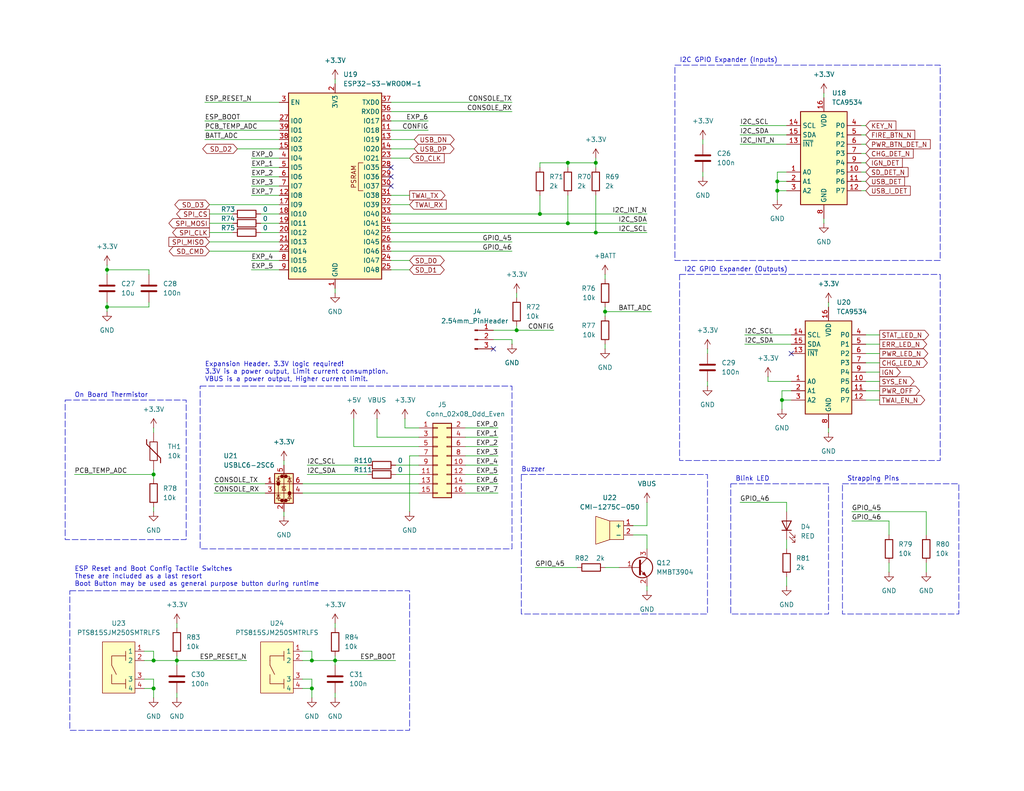
<source format=kicad_sch>
(kicad_sch (version 20231120) (generator "eeschema") (generator_version "8.0")
  (paper "A")
  (title_block (title "Unify") (date "2025-02-26") (rev "1") (company "Rocket Propulsion Group, UNL") (comment 1 "Jack Shaver"))
  (lib_symbols
    (symbol "Connector:Conn_01x03_Pin" (pin_names (offset 1.016) hide)
      (property "Reference" "J" (at 0 5.08 0))
      (property "Value" "Conn_01x03_Pin" (at 0 -5.08 0))
      (symbol "Conn_01x03_Pin_1_1"
        (pin passive line (at 5.08 2.54 180) (length 3.81) (name "Pin_1") (number "1"))
        (pin passive line (at 5.08 0 180) (length 3.81) (name "Pin_2") (number "2"))
        (pin passive line (at 5.08 -2.54 180) (length 3.81) (name "Pin_3") (number "3"))
      )
    )
    (symbol "Connector_Generic:Conn_02x08_Odd_Even" (pin_names (offset 1.016) hide)
      (property "Reference" "J" (at 1.27 10.16 0))
      (property "Value" "Conn_02x08_Odd_Even" (at 1.27 -12.7 0))
      (symbol "Conn_02x08_Odd_Even_1_1"
        (pin passive line (at -5.08 7.62 0) (length 3.81) (name "Pin_1") (number "1"))
        (pin passive line (at 7.62 -2.54 180) (length 3.81) (name "Pin_10") (number "10"))
        (pin passive line (at -5.08 -5.08 0) (length 3.81) (name "Pin_11") (number "11"))
        (pin passive line (at 7.62 -5.08 180) (length 3.81) (name "Pin_12") (number "12"))
        (pin passive line (at -5.08 -7.62 0) (length 3.81) (name "Pin_13") (number "13"))
        (pin passive line (at 7.62 -7.62 180) (length 3.81) (name "Pin_14") (number "14"))
        (pin passive line (at -5.08 -10.16 0) (length 3.81) (name "Pin_15") (number "15"))
        (pin passive line (at 7.62 -10.16 180) (length 3.81) (name "Pin_16") (number "16"))
        (pin passive line (at 7.62 7.62 180) (length 3.81) (name "Pin_2") (number "2"))
        (pin passive line (at -5.08 5.08 0) (length 3.81) (name "Pin_3") (number "3"))
        (pin passive line (at 7.62 5.08 180) (length 3.81) (name "Pin_4") (number "4"))
        (pin passive line (at -5.08 2.54 0) (length 3.81) (name "Pin_5") (number "5"))
        (pin passive line (at 7.62 2.54 180) (length 3.81) (name "Pin_6") (number "6"))
        (pin passive line (at -5.08 0 0) (length 3.81) (name "Pin_7") (number "7"))
        (pin passive line (at 7.62 0 180) (length 3.81) (name "Pin_8") (number "8"))
        (pin passive line (at -5.08 -2.54 0) (length 3.81) (name "Pin_9") (number "9"))
      )
    )
    (symbol "Device:C" (pin_numbers hide) (pin_names (offset 0.254))
      (property "Reference" "C" (at 0.635 2.54 0))
      (property "Value" "C" (at 0.635 -2.54 0))
      (symbol "C_1_1"
        (pin passive line (at 0 3.81 270) (length 2.794) (name "~") (number "1"))
        (pin passive line (at 0 -3.81 90) (length 2.794) (name "~") (number "2"))
      )
    )
    (symbol "Device:LED" (pin_numbers hide) (pin_names (offset 1.016) hide)
      (property "Reference" "D" (at 0 2.54 0))
      (property "Value" "LED" (at 0 -2.54 0))
      (symbol "LED_1_1"
        (pin passive line (at -3.81 0 0) (length 2.54) (name "K") (number "1"))
        (pin passive line (at 3.81 0 180) (length 2.54) (name "A") (number "2"))
      )
    )
    (symbol "Device:R" (pin_numbers hide) (pin_names (offset 0))
      (property "Reference" "R" (at 2.032 0 90))
      (property "Value" "R" (at 0 0 90))
      (symbol "R_1_1"
        (pin passive line (at 0 3.81 270) (length 1.27) (name "~") (number "1"))
        (pin passive line (at 0 -3.81 90) (length 1.27) (name "~") (number "2"))
      )
    )
    (symbol "Device:Thermistor" (pin_numbers hide) (pin_names (offset 0))
      (property "Reference" "TH" (at 2.54 1.27 90))
      (property "Value" "Thermistor" (at -2.54 0 90))
      (symbol "Thermistor_1_1"
        (pin passive line (at 0 5.08 270) (length 2.54) (name "~") (number "1"))
        (pin passive line (at 0 -5.08 90) (length 2.54) (name "~") (number "2"))
      )
    )
    (symbol "Interface_Expansion:TCA9534"
      (property "Reference" "U" (at -6.35 12.7 0))
      (property "Value" "TCA9534" (at 2.54 12.7 0))
      (symbol "TCA9534_1_1"
        (pin input line (at -10.16 -5.08 0) (length 3.81) (name "A0") (number "1"))
        (pin bidirectional line (at 10.16 -5.08 180) (length 3.81) (name "P5") (number "10"))
        (pin bidirectional line (at 10.16 -7.62 180) (length 3.81) (name "P6") (number "11"))
        (pin bidirectional line (at 10.16 -10.16 180) (length 3.81) (name "P7") (number "12"))
        (pin open_collector line (at -10.16 2.54 0) (length 3.81) (name "~{INT}") (number "13"))
        (pin input line (at -10.16 7.62 0) (length 3.81) (name "SCL") (number "14"))
        (pin bidirectional line (at -10.16 5.08 0) (length 3.81) (name "SDA") (number "15"))
        (pin power_in line (at 0 15.24 270) (length 3.81) (name "VDD") (number "16"))
        (pin input line (at -10.16 -7.62 0) (length 3.81) (name "A1") (number "2"))
        (pin input line (at -10.16 -10.16 0) (length 3.81) (name "A2") (number "3"))
        (pin bidirectional line (at 10.16 7.62 180) (length 3.81) (name "P0") (number "4"))
        (pin bidirectional line (at 10.16 5.08 180) (length 3.81) (name "P1") (number "5"))
        (pin bidirectional line (at 10.16 2.54 180) (length 3.81) (name "P2") (number "6"))
        (pin bidirectional line (at 10.16 0 180) (length 3.81) (name "P3") (number "7"))
        (pin power_in line (at 0 -17.78 90) (length 3.81) (name "GND") (number "8"))
        (pin bidirectional line (at 10.16 -2.54 180) (length 3.81) (name "P4") (number "9"))
      )
    )
    (symbol "Power_Protection:USBLC6-2SC6" (pin_names hide)
      (property "Reference" "U" (at 0.635 5.715 0))
      (property "Value" "USBLC6-2SC6" (at 0.635 3.81 0))
      (symbol "USBLC6-2SC6_1_1"
        (pin passive line (at -5.08 0 0) (length 2.54) (name "I/O1") (number "1"))
        (pin passive line (at 0 -7.62 90) (length 2.54) (name "GND") (number "2"))
        (pin passive line (at -5.08 -2.54 0) (length 2.54) (name "I/O2") (number "3"))
        (pin passive line (at 5.08 -2.54 180) (length 2.54) (name "I/O2") (number "4"))
        (pin passive line (at 0 5.08 270) (length 2.54) (name "VBUS") (number "5"))
        (pin passive line (at 5.08 0 180) (length 2.54) (name "I/O1") (number "6"))
      )
    )
    (symbol "RF_Module:ESP32-S3-WROOM-1"
      (property "Reference" "U" (at -12.7 26.67 0))
      (property "Value" "ESP32-S3-WROOM-1" (at 12.7 26.67 0))
      (symbol "ESP32-S3-WROOM-1_0_0"
        (text "PSRAM" (at 5.08 2.54 900) (effects (font (size 1.27 1.27))))
      )
      (symbol "ESP32-S3-WROOM-1_1_1"
        (pin power_in line (at 0 -27.94 90) (length 2.54) (name "GND") (number "1"))
        (pin bidirectional line (at 15.24 17.78 180) (length 2.54) (name "IO17") (number "10"))
        (pin bidirectional line (at 15.24 15.24 180) (length 2.54) (name "IO18") (number "11"))
        (pin bidirectional line (at -15.24 -2.54 0) (length 2.54) (name "IO8") (number "12"))
        (pin bidirectional line (at 15.24 12.7 180) (length 2.54) (name "IO19") (number "13"))
        (pin bidirectional line (at 15.24 10.16 180) (length 2.54) (name "IO20") (number "14"))
        (pin bidirectional line (at -15.24 10.16 0) (length 2.54) (name "IO3") (number "15"))
        (pin bidirectional line (at 15.24 -17.78 180) (length 2.54) (name "IO46") (number "16"))
        (pin bidirectional line (at -15.24 -5.08 0) (length 2.54) (name "IO9") (number "17"))
        (pin bidirectional line (at -15.24 -7.62 0) (length 2.54) (name "IO10") (number "18"))
        (pin bidirectional line (at -15.24 -10.16 0) (length 2.54) (name "IO11") (number "19"))
        (pin power_in line (at 0 27.94 270) (length 2.54) (name "3V3") (number "2"))
        (pin bidirectional line (at -15.24 -12.7 0) (length 2.54) (name "IO12") (number "20"))
        (pin bidirectional line (at -15.24 -15.24 0) (length 2.54) (name "IO13") (number "21"))
        (pin bidirectional line (at -15.24 -17.78 0) (length 2.54) (name "IO14") (number "22"))
        (pin bidirectional line (at 15.24 7.62 180) (length 2.54) (name "IO21") (number "23"))
        (pin bidirectional line (at 15.24 -20.32 180) (length 2.54) (name "IO47") (number "24"))
        (pin bidirectional line (at 15.24 -22.86 180) (length 2.54) (name "IO48") (number "25"))
        (pin bidirectional line (at 15.24 -15.24 180) (length 2.54) (name "IO45") (number "26"))
        (pin bidirectional line (at -15.24 17.78 0) (length 2.54) (name "IO0") (number "27"))
        (pin bidirectional line (at 15.24 5.08 180) (length 2.54) (name "IO35") (number "28"))
        (pin bidirectional line (at 15.24 2.54 180) (length 2.54) (name "IO36") (number "29"))
        (pin input line (at -15.24 22.86 0) (length 2.54) (name "EN") (number "3"))
        (pin bidirectional line (at 15.24 0 180) (length 2.54) (name "IO37") (number "30"))
        (pin bidirectional line (at 15.24 -2.54 180) (length 2.54) (name "IO38") (number "31"))
        (pin bidirectional line (at 15.24 -5.08 180) (length 2.54) (name "IO39") (number "32"))
        (pin bidirectional line (at 15.24 -7.62 180) (length 2.54) (name "IO40") (number "33"))
        (pin bidirectional line (at 15.24 -10.16 180) (length 2.54) (name "IO41") (number "34"))
        (pin bidirectional line (at 15.24 -12.7 180) (length 2.54) (name "IO42") (number "35"))
        (pin bidirectional line (at 15.24 20.32 180) (length 2.54) (name "RXD0") (number "36"))
        (pin bidirectional line (at 15.24 22.86 180) (length 2.54) (name "TXD0") (number "37"))
        (pin bidirectional line (at -15.24 12.7 0) (length 2.54) (name "IO2") (number "38"))
        (pin bidirectional line (at -15.24 15.24 0) (length 2.54) (name "IO1") (number "39"))
        (pin bidirectional line (at -15.24 7.62 0) (length 2.54) (name "IO4") (number "4"))
        (pin passive line (at 0 -27.94 90) (length 2.54) hide (name "GND") (number "40"))
        (pin passive line (at 0 -27.94 90) (length 2.54) hide (name "GND") (number "41"))
        (pin bidirectional line (at -15.24 5.08 0) (length 2.54) (name "IO5") (number "5"))
        (pin bidirectional line (at -15.24 2.54 0) (length 2.54) (name "IO6") (number "6"))
        (pin bidirectional line (at -15.24 0 0) (length 2.54) (name "IO7") (number "7"))
        (pin bidirectional line (at -15.24 -20.32 0) (length 2.54) (name "IO15") (number "8"))
        (pin bidirectional line (at -15.24 -22.86 0) (length 2.54) (name "IO16") (number "9"))
      )
    )
    (symbol "Transistor_BJT:MMBT3904" (pin_names (offset 0) hide)
      (property "Reference" "Q" (at 5.08 1.905 0))
      (property "Value" "MMBT3904" (at 5.08 0 0))
      (symbol "MMBT3904_1_1"
        (pin input line (at -5.08 0 0) (length 5.715) (name "B") (number "1"))
        (pin passive line (at 2.54 -5.08 90) (length 2.54) (name "E") (number "2"))
        (pin passive line (at 2.54 5.08 270) (length 2.54) (name "C") (number "3"))
      )
    )
    (symbol "Unify:CMI-1275C-050"
      (property "Reference" "U" (at -0.508 3.556 0))
      (property "Value" "CMI-1275C-050" (at -0.508 0.254 0))
      (symbol "CMI-1275C-050_0_0"
        (pin unspecified line (at -6.35 -3.81 0) (length 2.54) (name "+") (number "1"))
        (pin unspecified line (at -6.35 -6.35 0) (length 2.54) (name "-") (number "2"))
      )
    )
    (symbol "Unify:PTS815SJM250SMTRLFS"
      (property "Reference" "U" (at -0.254 8.128 0))
      (property "Value" "PTS815SJM250SMTRLFS" (at 0.762 6.096 0))
      (symbol "PTS815SJM250SMTRLFS_1_1"
        (pin input line (at 8.89 2.54 180) (length 2.54) (name "1") (number "1"))
        (pin input line (at 8.89 0 180) (length 2.54) (name "2") (number "2"))
        (pin input line (at 8.89 -5.08 180) (length 2.54) (name "3") (number "3"))
        (pin input line (at 8.89 -7.62 180) (length 2.54) (name "4") (number "4"))
      )
    )
    (symbol "power:+3.3V" (power) (pin_numbers hide) (pin_names (offset 0) hide)
      (property "Value" "+3.3V" (at 0 3.556 0))
      (symbol "+3.3V_1_1"
        (pin power_in line (at 0 0 90) (length 0) (name "~") (number "1"))
      )
    )
    (symbol "power:+5V" (power) (pin_numbers hide) (pin_names (offset 0) hide)
      (property "Value" "+5V" (at 0 3.556 0))
      (symbol "+5V_1_1"
        (pin power_in line (at 0 0 90) (length 0) (name "~") (number "1"))
      )
    )
    (symbol "power:+BATT" (power) (pin_numbers hide) (pin_names (offset 0) hide)
      (property "Value" "+BATT" (at 0 3.556 0))
      (symbol "+BATT_1_1"
        (pin power_in line (at 0 0 90) (length 0) (name "~") (number "1"))
      )
    )
    (symbol "power:GND" (power) (pin_numbers hide) (pin_names (offset 0) hide)
      (property "Value" "GND" (at 0 -3.81 0))
      (symbol "GND_1_1"
        (pin power_in line (at 0 0 270) (length 0) (name "~") (number "1"))
      )
    )
    (symbol "power:VBUS" (power) (pin_numbers hide) (pin_names (offset 0) hide)
      (property "Value" "VBUS" (at 0 3.556 0))
      (symbol "VBUS_1_1"
        (pin power_in line (at 0 0 90) (length 0) (name "~") (number "1"))
      )
    )
  )
  (junction (at 213.36 109.22))
  (junction (at 162.56 44.45))
  (junction (at 162.56 63.5))
  (junction (at 154.94 44.45))
  (junction (at 41.91 187.96))
  (junction (at 29.21 73.66))
  (junction (at 140.97 90.17))
  (junction (at 29.21 83.82))
  (junction (at 212.09 49.53))
  (junction (at 85.09 180.34))
  (junction (at 165.1 85.09))
  (junction (at 154.94 60.96))
  (junction (at 85.09 187.96))
  (junction (at 41.91 129.54))
  (junction (at 48.26 180.34))
  (junction (at 91.44 180.34))
  (junction (at 147.32 58.42))
  (junction (at 41.91 180.34))
  (junction (at 212.09 52.07))
  (no_connect (at 106.68 50.8))
  (no_connect (at 134.62 95.25))
  (no_connect (at 215.9 96.52))
  (no_connect (at 106.68 45.72))
  (no_connect (at 106.68 48.26))
  (wire (pts (xy 135.89 121.92) (xy 127 121.92)))
  (wire (pts (xy 154.94 60.96) (xy 176.53 60.96)))
  (wire (pts (xy 209.55 104.14) (xy 215.9 104.14)))
  (wire (pts (xy 102.87 119.38) (xy 114.3 119.38)))
  (wire (pts (xy 224.79 59.69) (xy 224.79 60.96)))
  (wire (pts (xy 111.76 55.88) (xy 106.68 55.88)))
  (wire (pts (xy 113.03 38.1) (xy 106.68 38.1)))
  (wire (pts (xy 68.58 71.12) (xy 76.2 71.12)))
  (wire (pts (xy 201.93 34.29) (xy 214.63 34.29)))
  (wire (pts (xy 64.77 40.64) (xy 76.2 40.64)))
  (wire (pts (xy 236.22 49.53) (xy 234.95 49.53)))
  (wire (pts (xy 111.76 73.66) (xy 106.68 73.66)))
  (wire (pts (xy 57.15 63.5) (xy 63.5 63.5)))
  (wire (pts (xy 135.89 129.54) (xy 127 129.54)))
  (wire (pts (xy 77.47 139.7) (xy 77.47 140.97)))
  (wire (pts (xy 236.22 44.45) (xy 234.95 44.45)))
  (wire (pts (xy 154.94 44.45) (xy 154.94 45.72)))
  (wire (pts (xy 57.15 58.42) (xy 63.5 58.42)))
  (wire (pts (xy 106.68 30.48) (xy 139.7 30.48)))
  (wire (pts (xy 39.37 177.8) (xy 41.91 177.8)))
  (wire (pts (xy 234.95 39.37) (xy 236.22 39.37)))
  (wire (pts (xy 154.94 53.34) (xy 154.94 60.96)))
  (wire (pts (xy 203.2 91.44) (xy 215.9 91.44)))
  (wire (pts (xy 72.39 132.08) (xy 58.42 132.08)))
  (wire (pts (xy 236.22 101.6) (xy 240.03 101.6)))
  (wire (pts (xy 85.09 177.8) (xy 85.09 180.34)))
  (wire (pts (xy 91.44 179.07) (xy 91.44 180.34)))
  (wire (pts (xy 240.03 93.98) (xy 236.22 93.98)))
  (wire (pts (xy 102.87 114.3) (xy 102.87 119.38)))
  (wire (pts (xy 110.49 116.84) (xy 114.3 116.84)))
  (wire (pts (xy 41.91 129.54) (xy 41.91 130.81)))
  (wire (pts (xy 106.68 27.94) (xy 139.7 27.94)))
  (wire (pts (xy 96.52 121.92) (xy 114.3 121.92)))
  (wire (pts (xy 165.1 95.25) (xy 165.1 93.98)))
  (wire (pts (xy 111.76 71.12) (xy 106.68 71.12)))
  (wire (pts (xy 224.79 25.4) (xy 224.79 26.67)))
  (wire (pts (xy 55.88 33.02) (xy 76.2 33.02)))
  (wire (pts (xy 193.04 95.25) (xy 193.04 96.52)))
  (wire (pts (xy 232.41 139.7) (xy 252.73 139.7)))
  (wire (pts (xy 240.03 96.52) (xy 236.22 96.52)))
  (wire (pts (xy 41.91 138.43) (xy 41.91 139.7)))
  (wire (pts (xy 71.12 60.96) (xy 76.2 60.96)))
  (wire (pts (xy 162.56 63.5) (xy 176.53 63.5)))
  (wire (pts (xy 147.32 58.42) (xy 176.53 58.42)))
  (wire (pts (xy 20.32 129.54) (xy 41.91 129.54)))
  (wire (pts (xy 135.89 127) (xy 127 127)))
  (wire (pts (xy 147.32 53.34) (xy 147.32 58.42)))
  (wire (pts (xy 48.26 180.34) (xy 48.26 181.61)))
  (wire (pts (xy 212.09 46.99) (xy 214.63 46.99)))
  (wire (pts (xy 214.63 147.32) (xy 214.63 149.86)))
  (wire (pts (xy 212.09 49.53) (xy 212.09 46.99)))
  (wire (pts (xy 91.44 21.59) (xy 91.44 22.86)))
  (wire (pts (xy 82.55 180.34) (xy 85.09 180.34)))
  (wire (pts (xy 40.64 83.82) (xy 29.21 83.82)))
  (wire (pts (xy 41.91 180.34) (xy 48.26 180.34)))
  (wire (pts (xy 107.95 129.54) (xy 114.3 129.54)))
  (wire (pts (xy 106.68 35.56) (xy 116.84 35.56)))
  (wire (pts (xy 242.57 142.24) (xy 242.57 146.05)))
  (wire (pts (xy 85.09 180.34) (xy 91.44 180.34)))
  (wire (pts (xy 134.62 92.71) (xy 139.7 92.71)))
  (wire (pts (xy 71.12 63.5) (xy 76.2 63.5)))
  (wire (pts (xy 191.77 46.99) (xy 191.77 48.26)))
  (wire (pts (xy 226.06 116.84) (xy 226.06 118.11)))
  (wire (pts (xy 111.76 43.18) (xy 106.68 43.18)))
  (wire (pts (xy 106.68 60.96) (xy 154.94 60.96)))
  (wire (pts (xy 201.93 36.83) (xy 214.63 36.83)))
  (wire (pts (xy 135.89 124.46) (xy 127 124.46)))
  (wire (pts (xy 236.22 104.14) (xy 240.03 104.14)))
  (wire (pts (xy 111.76 53.34) (xy 106.68 53.34)))
  (wire (pts (xy 82.55 187.96) (xy 85.09 187.96)))
  (wire (pts (xy 91.44 170.18) (xy 91.44 171.45)))
  (wire (pts (xy 83.82 129.54) (xy 100.33 129.54)))
  (wire (pts (xy 91.44 180.34) (xy 107.95 180.34)))
  (wire (pts (xy 111.76 124.46) (xy 114.3 124.46)))
  (wire (pts (xy 236.22 52.07) (xy 234.95 52.07)))
  (wire (pts (xy 214.63 157.48) (xy 214.63 160.02)))
  (wire (pts (xy 48.26 189.23) (xy 48.26 190.5)))
  (wire (pts (xy 48.26 179.07) (xy 48.26 180.34)))
  (wire (pts (xy 140.97 88.9) (xy 140.97 90.17)))
  (wire (pts (xy 68.58 50.8) (xy 76.2 50.8)))
  (wire (pts (xy 162.56 53.34) (xy 162.56 63.5)))
  (wire (pts (xy 48.26 170.18) (xy 48.26 171.45)))
  (wire (pts (xy 135.89 132.08) (xy 127 132.08)))
  (wire (pts (xy 82.55 177.8) (xy 85.09 177.8)))
  (wire (pts (xy 40.64 74.93) (xy 40.64 73.66)))
  (wire (pts (xy 72.39 134.62) (xy 58.42 134.62)))
  (wire (pts (xy 106.68 66.04) (xy 139.7 66.04)))
  (wire (pts (xy 41.91 177.8) (xy 41.91 180.34)))
  (wire (pts (xy 212.09 54.61) (xy 212.09 52.07)))
  (wire (pts (xy 213.36 111.76) (xy 213.36 109.22)))
  (wire (pts (xy 110.49 114.3) (xy 110.49 116.84)))
  (wire (pts (xy 151.13 90.17) (xy 140.97 90.17)))
  (wire (pts (xy 234.95 34.29) (xy 236.22 34.29)))
  (wire (pts (xy 29.21 82.55) (xy 29.21 83.82)))
  (wire (pts (xy 40.64 73.66) (xy 29.21 73.66)))
  (wire (pts (xy 41.91 116.84) (xy 41.91 118.11)))
  (wire (pts (xy 41.91 187.96) (xy 41.91 190.5)))
  (wire (pts (xy 91.44 180.34) (xy 91.44 181.61)))
  (wire (pts (xy 107.95 127) (xy 114.3 127)))
  (wire (pts (xy 212.09 49.53) (xy 214.63 49.53)))
  (wire (pts (xy 176.53 160.02) (xy 176.53 161.29)))
  (wire (pts (xy 234.95 36.83) (xy 236.22 36.83)))
  (wire (pts (xy 135.89 116.84) (xy 127 116.84)))
  (wire (pts (xy 111.76 124.46) (xy 111.76 139.7)))
  (wire (pts (xy 113.03 40.64) (xy 106.68 40.64)))
  (wire (pts (xy 106.68 58.42) (xy 147.32 58.42)))
  (wire (pts (xy 140.97 80.01) (xy 140.97 81.28)))
  (wire (pts (xy 57.15 60.96) (xy 63.5 60.96)))
  (wire (pts (xy 162.56 44.45) (xy 162.56 45.72)))
  (wire (pts (xy 85.09 187.96) (xy 85.09 190.5)))
  (wire (pts (xy 82.55 185.42) (xy 85.09 185.42)))
  (wire (pts (xy 39.37 180.34) (xy 41.91 180.34)))
  (wire (pts (xy 232.41 142.24) (xy 242.57 142.24)))
  (wire (pts (xy 252.73 139.7) (xy 252.73 146.05)))
  (wire (pts (xy 176.53 146.05) (xy 172.72 146.05)))
  (wire (pts (xy 106.68 63.5) (xy 162.56 63.5)))
  (wire (pts (xy 236.22 109.22) (xy 240.03 109.22)))
  (wire (pts (xy 203.2 93.98) (xy 215.9 93.98)))
  (wire (pts (xy 106.68 68.58) (xy 139.7 68.58)))
  (wire (pts (xy 213.36 109.22) (xy 215.9 109.22)))
  (wire (pts (xy 82.55 132.08) (xy 114.3 132.08)))
  (wire (pts (xy 212.09 52.07) (xy 212.09 49.53)))
  (wire (pts (xy 201.93 39.37) (xy 214.63 39.37)))
  (wire (pts (xy 91.44 80.01) (xy 91.44 78.74)))
  (wire (pts (xy 91.44 189.23) (xy 91.44 190.5)))
  (wire (pts (xy 162.56 43.18) (xy 162.56 44.45)))
  (wire (pts (xy 29.21 73.66) (xy 29.21 74.93)))
  (wire (pts (xy 57.15 55.88) (xy 76.2 55.88)))
  (wire (pts (xy 29.21 72.39) (xy 29.21 73.66)))
  (wire (pts (xy 41.91 128.27) (xy 41.91 129.54)))
  (wire (pts (xy 165.1 74.93) (xy 165.1 76.2)))
  (wire (pts (xy 140.97 90.17) (xy 134.62 90.17)))
  (wire (pts (xy 127 134.62) (xy 135.89 134.62)))
  (wire (pts (xy 57.15 66.04) (xy 76.2 66.04)))
  (wire (pts (xy 240.03 99.06) (xy 236.22 99.06)))
  (wire (pts (xy 40.64 82.55) (xy 40.64 83.82)))
  (wire (pts (xy 68.58 43.18) (xy 76.2 43.18)))
  (wire (pts (xy 82.55 134.62) (xy 114.3 134.62)))
  (wire (pts (xy 214.63 137.16) (xy 214.63 139.7)))
  (wire (pts (xy 213.36 109.22) (xy 213.36 106.68)))
  (wire (pts (xy 77.47 125.73) (xy 77.47 127)))
  (wire (pts (xy 240.03 106.68) (xy 236.22 106.68)))
  (wire (pts (xy 252.73 153.67) (xy 252.73 156.21)))
  (wire (pts (xy 242.57 153.67) (xy 242.57 156.21)))
  (wire (pts (xy 106.68 33.02) (xy 116.84 33.02)))
  (wire (pts (xy 68.58 73.66) (xy 76.2 73.66)))
  (wire (pts (xy 201.93 137.16) (xy 214.63 137.16)))
  (wire (pts (xy 135.89 119.38) (xy 127 119.38)))
  (wire (pts (xy 39.37 185.42) (xy 41.91 185.42)))
  (wire (pts (xy 55.88 35.56) (xy 76.2 35.56)))
  (wire (pts (xy 212.09 52.07) (xy 214.63 52.07)))
  (wire (pts (xy 177.8 85.09) (xy 165.1 85.09)))
  (wire (pts (xy 165.1 154.94) (xy 168.91 154.94)))
  (wire (pts (xy 165.1 85.09) (xy 165.1 83.82)))
  (wire (pts (xy 209.55 102.87) (xy 209.55 104.14)))
  (wire (pts (xy 68.58 53.34) (xy 76.2 53.34)))
  (wire (pts (xy 85.09 185.42) (xy 85.09 187.96)))
  (wire (pts (xy 147.32 45.72) (xy 147.32 44.45)))
  (wire (pts (xy 154.94 44.45) (xy 162.56 44.45)))
  (wire (pts (xy 57.15 68.58) (xy 76.2 68.58)))
  (wire (pts (xy 213.36 106.68) (xy 215.9 106.68)))
  (wire (pts (xy 176.53 137.16) (xy 176.53 143.51)))
  (wire (pts (xy 236.22 46.99) (xy 234.95 46.99)))
  (wire (pts (xy 83.82 127) (xy 100.33 127)))
  (wire (pts (xy 71.12 58.42) (xy 76.2 58.42)))
  (wire (pts (xy 41.91 187.96) (xy 39.37 187.96)))
  (wire (pts (xy 193.04 104.14) (xy 193.04 105.41)))
  (wire (pts (xy 139.7 92.71) (xy 139.7 93.98)))
  (wire (pts (xy 176.53 143.51) (xy 172.72 143.51)))
  (wire (pts (xy 68.58 45.72) (xy 76.2 45.72)))
  (wire (pts (xy 146.05 154.94) (xy 157.48 154.94)))
  (wire (pts (xy 240.03 91.44) (xy 236.22 91.44)))
  (wire (pts (xy 55.88 27.94) (xy 76.2 27.94)))
  (wire (pts (xy 96.52 114.3) (xy 96.52 121.92)))
  (wire (pts (xy 191.77 38.1) (xy 191.77 39.37)))
  (wire (pts (xy 176.53 146.05) (xy 176.53 149.86)))
  (wire (pts (xy 165.1 86.36) (xy 165.1 85.09)))
  (wire (pts (xy 41.91 185.42) (xy 41.91 187.96)))
  (wire (pts (xy 226.06 82.55) (xy 226.06 83.82)))
  (wire (pts (xy 147.32 44.45) (xy 154.94 44.45)))
  (wire (pts (xy 55.88 38.1) (xy 76.2 38.1)))
  (wire (pts (xy 68.58 48.26) (xy 76.2 48.26)))
  (wire (pts (xy 29.21 83.82) (xy 29.21 85.09)))
  (wire (pts (xy 236.22 41.91) (xy 234.95 41.91)))
  (wire (pts (xy 48.26 180.34) (xy 67.31 180.34)))
  (rectangle (start 19.05 161.29) (end 111.76 199.39) (stroke (width 0) (type dash)))
  (rectangle (start 184.15 17.78) (end 256.54 71.12) (stroke (width 0) (type dash)))
  (rectangle (start 54.61 105.41) (end 139.7 149.86) (stroke (width 0) (type dash)))
  (rectangle (start 142.24 129.54) (end 193.04 167.64) (stroke (width 0) (type dash)))
  (rectangle (start 229.87 132.08) (end 261.62 167.64) (stroke (width 0) (type dash)))
  (rectangle (start 185.42 74.93) (end 256.54 125.73) (stroke (width 0) (type dash)))
  (rectangle (start 17.78 109.22) (end 50.8 147.32) (stroke (width 0) (type dash)))
  (rectangle (start 199.39 132.08) (end 226.06 167.64) (stroke (width 0) (type dash)))
  (text "On Board Thermistor" (at 20.32 107.95 0) (effects (font (size 1.27 1.27)) (justify left)))
  (text "Strapping Pins" (at 231.14 130.81 0) (effects (font (size 1.27 1.27)) (justify left)))
  (text "Expansion Header. 3.3V logic required!\n3.3V is a power output, Limit current consumption.\nVBUS is a power output, Higher current limit. " (at 55.88 101.6 0) (effects (font (size 1.27 1.27)) (justify left)))
  (text "Buzzer" (at 142.24 128.27 0) (effects (font (size 1.27 1.27)) (justify left)))
  (text "ESP Reset and Boot Config Tactile Switches\nThese are included as a last resort\nBoot Button may be used as general purpose button during runtime" (at 20.32 157.48 0) (effects (font (size 1.27 1.27)) (justify left)))
  (text "I2C GPIO Expander (Outputs)" (at 186.69 73.66 0) (effects (font (size 1.27 1.27)) (justify left)))
  (text "I2C GPIO Expander (Inputs)" (at 185.42 16.51 0) (effects (font (size 1.27 1.27)) (justify left)))
  (text "Blink LED" (at 200.66 130.81 0) (effects (font (size 1.27 1.27)) (justify left)))
  (label "EXP_4" (at 68.58 71.12 0))
  (label "EXP_3" (at 135.89 124.46 180))
  (label "CONSOLE_TX" (at 139.7 27.94 180))
  (label "CONSOLE_TX" (at 58.42 132.08 0))
  (label "PCB_TEMP_ADC" (at 55.88 35.56 0))
  (label "EXP_6" (at 135.89 132.08 180))
  (label "CONSOLE_RX" (at 58.42 134.62 0))
  (label "EXP_5" (at 135.89 129.54 180))
  (label "EXP_4" (at 135.89 127 180))
  (label "CONFIG" (at 151.13 90.17 180))
  (label "I2C_SDA" (at 203.2 93.98 0))
  (label "BATT_ADC" (at 55.88 38.1 0))
  (label "EXP_5" (at 68.58 73.66 0))
  (label "I2C_SDA" (at 83.82 129.54 0))
  (label "EXP_7" (at 135.89 134.62 180))
  (label "EXP_1" (at 68.58 45.72 0))
  (label "I2C_INT_N" (at 201.93 39.37 0))
  (label "GPIO_46" (at 139.7 68.58 180))
  (label "ESP_RESET_N" (at 67.31 180.34 180))
  (label "BATT_ADC" (at 177.8 85.09 180))
  (label "EXP_6" (at 116.84 33.02 180))
  (label "EXP_2" (at 135.89 121.92 180))
  (label "GPIO_45" (at 146.05 154.94 0))
  (label "PCB_TEMP_ADC" (at 20.32 129.54 0))
  (label "I2C_INT_N" (at 176.53 58.42 180))
  (label "I2C_SCL" (at 201.93 34.29 0))
  (label "GPIO_46" (at 232.41 142.24 0))
  (label "I2C_SCL" (at 203.2 91.44 0))
  (label "I2C_SDA" (at 201.93 36.83 0))
  (label "ESP_BOOT" (at 55.88 33.02 0))
  (label "I2C_SCL" (at 176.53 63.5 180))
  (label "I2C_SDA" (at 176.53 60.96 180))
  (label "ESP_RESET_N" (at 55.88 27.94 0))
  (label "GPIO_46" (at 201.93 137.16 0))
  (label "EXP_2" (at 68.58 48.26 0))
  (label "EXP_1" (at 135.89 119.38 180))
  (label "EXP_0" (at 135.89 116.84 180))
  (label "CONSOLE_RX" (at 139.7 30.48 180))
  (label "CONFIG" (at 116.84 35.56 180))
  (label "EXP_0" (at 68.58 43.18 0))
  (label "GPIO_45" (at 232.41 139.7 0))
  (label "ESP_BOOT" (at 107.95 180.34 180))
  (label "EXP_7" (at 68.58 53.34 0))
  (label "EXP_3" (at 68.58 50.8 0))
  (label "GPIO_45" (at 139.7 66.04 180))
  (label "I2C_SCL" (at 83.82 127 0))
  (global_label "PWR_LED_N" (shape output) (at 240.03 96.52 0) (property "Intersheetrefs" "${INTERSHEET_REFS}" (effects (hide yes))))
  (global_label "CHG_DET_N" (shape input) (at 236.22 41.91 0) (property "Intersheetrefs" "${INTERSHEET_REFS}" (effects (hide yes))))
  (global_label "STAT_LED_N" (shape output) (at 240.03 91.44 0) (property "Intersheetrefs" "${INTERSHEET_REFS}" (effects (hide yes))))
  (global_label "SPI_MOSI" (shape output) (at 57.15 60.96 180) (property "Intersheetrefs" "${INTERSHEET_REFS}" (effects (hide yes))))
  (global_label "IGN" (shape output) (at 240.03 101.6 0) (property "Intersheetrefs" "${INTERSHEET_REFS}" (effects (hide yes))))
  (global_label "SPI_CLK" (shape output) (at 57.15 63.5 180) (property "Intersheetrefs" "${INTERSHEET_REFS}" (effects (hide yes))))
  (global_label "USB_DP" (shape bidirectional) (at 113.03 40.64 0) (property "Intersheetrefs" "${INTERSHEET_REFS}" (effects (hide yes))))
  (global_label "USB_DN" (shape bidirectional) (at 113.03 38.1 0) (property "Intersheetrefs" "${INTERSHEET_REFS}" (effects (hide yes))))
  (global_label "PWR_BTN_DET_N" (shape input) (at 236.22 39.37 0) (property "Intersheetrefs" "${INTERSHEET_REFS}" (effects (hide yes))))
  (global_label "SD_DET_N" (shape input) (at 236.22 46.99 0) (property "Intersheetrefs" "${INTERSHEET_REFS}" (effects (hide yes))))
  (global_label "SYS_EN" (shape output) (at 240.03 104.14 0) (property "Intersheetrefs" "${INTERSHEET_REFS}" (effects (hide yes))))
  (global_label "CHG_LED_N" (shape output) (at 240.03 99.06 0) (property "Intersheetrefs" "${INTERSHEET_REFS}" (effects (hide yes))))
  (global_label "TWAI_TX" (shape output) (at 111.76 53.34 0) (property "Intersheetrefs" "${INTERSHEET_REFS}" (effects (hide yes))))
  (global_label "ERR_LED_N" (shape output) (at 240.03 93.98 0) (property "Intersheetrefs" "${INTERSHEET_REFS}" (effects (hide yes))))
  (global_label "SD_CMD" (shape bidirectional) (at 57.15 68.58 180) (property "Intersheetrefs" "${INTERSHEET_REFS}" (effects (hide yes))))
  (global_label "SD_D0" (shape bidirectional) (at 111.76 71.12 0) (property "Intersheetrefs" "${INTERSHEET_REFS}" (effects (hide yes))))
  (global_label "USB_I_DET" (shape input) (at 236.22 52.07 0) (property "Intersheetrefs" "${INTERSHEET_REFS}" (effects (hide yes))))
  (global_label "SD_D1" (shape bidirectional) (at 111.76 73.66 0) (property "Intersheetrefs" "${INTERSHEET_REFS}" (effects (hide yes))))
  (global_label "SPI_CS" (shape output) (at 57.15 58.42 180) (property "Intersheetrefs" "${INTERSHEET_REFS}" (effects (hide yes))))
  (global_label "SD_D3" (shape bidirectional) (at 57.15 55.88 180) (property "Intersheetrefs" "${INTERSHEET_REFS}" (effects (hide yes))))
  (global_label "USB_DET" (shape input) (at 236.22 49.53 0) (property "Intersheetrefs" "${INTERSHEET_REFS}" (effects (hide yes))))
  (global_label "TWAI_RX" (shape input) (at 111.76 55.88 0) (property "Intersheetrefs" "${INTERSHEET_REFS}" (effects (hide yes))))
  (global_label "SD_CLK" (shape input) (at 111.76 43.18 0) (property "Intersheetrefs" "${INTERSHEET_REFS}" (effects (hide yes))))
  (global_label "TWAI_EN_N" (shape output) (at 240.03 109.22 0) (property "Intersheetrefs" "${INTERSHEET_REFS}" (effects (hide yes))))
  (global_label "FIRE_BTN_N" (shape input) (at 236.22 36.83 0) (property "Intersheetrefs" "${INTERSHEET_REFS}" (effects (hide yes))))
  (global_label "IGN_DET" (shape input) (at 236.22 44.45 0) (property "Intersheetrefs" "${INTERSHEET_REFS}" (effects (hide yes))))
  (global_label "PWR_OFF" (shape output) (at 240.03 106.68 0) (property "Intersheetrefs" "${INTERSHEET_REFS}" (effects (hide yes))))
  (global_label "KEY_N" (shape input) (at 236.22 34.29 0) (property "Intersheetrefs" "${INTERSHEET_REFS}" (effects (hide yes))))
  (global_label "SPI_MISO" (shape input) (at 57.15 66.04 180) (property "Intersheetrefs" "${INTERSHEET_REFS}" (effects (hide yes))))
  (global_label "SD_D2" (shape bidirectional) (at 64.77 40.64 180) (property "Intersheetrefs" "${INTERSHEET_REFS}" (effects (hide yes))))
  (symbol (lib_id "Unify:PTS815SJM250SMTRLFS") (at 73.66 180.34 0) (unit 1)
    (property "Reference" "U24" (at 75.565 170.18 0))
    (property "Value" "PTS815SJM250SMTRLFS" (at 75.565 172.72 0))
    (property "Footprint" "Unify:PTS815SJM250SMTRLFS" (effects (hide yes)))
    (property "Description" "Tactile Switch SMT" (effects (hide yes)))
  )
  (symbol (lib_id "Transistor_BJT:MMBT3904") (at 173.99 154.94 0) (unit 1)
    (property "Reference" "Q12" (at 179.07 153.6699 0) (effects (justify left)))
    (property "Value" "MMBT3904" (at 179.07 156.2099 0) (effects (justify left)))
    (property "Footprint" "Package_TO_SOT_SMD:SOT-23" (effects (hide yes)))
    (property "Datasheet" "https://www.onsemi.com/pdf/datasheet/pzt3904-d.pdf" (effects (hide yes)))
    (property "Description" "0.2A Ic, 40V Vce, Small Signal NPN Transistor, SOT-23" (effects (hide yes)))
  )
  (symbol (lib_id "power:+3.3V") (at 209.55 102.87 0) (unit 1)
    (property "Reference" "#PWR0110" (effects (hide yes)))
    (property "Value" "+3.3V" (at 209.55 97.79 0))
    (property "Description" "Power symbol creates a global label with name \"+3.3V\"" (effects (hide yes)))
  )
  (symbol (lib_id "Device:R") (at 165.1 90.17 0) (mirror y) (unit 1)
    (property "Reference" "R77" (at 162.56 88.8999 0) (effects (justify left)))
    (property "Value" "10k" (at 162.56 91.4399 0) (effects (justify left)))
    (property "Footprint" "Resistor_SMD:R_0603_1608Metric" (effects (hide yes)))
    (property "Description" "Resistor" (effects (hide yes)))
  )
  (symbol (lib_id "power:+3.3V") (at 191.77 38.1 0) (unit 1)
    (property "Reference" "#PWR098" (effects (hide yes)))
    (property "Value" "+3.3V" (at 191.77 33.02 0))
    (property "Description" "Power symbol creates a global label with name \"+3.3V\"" (effects (hide yes)))
  )
  (symbol (lib_id "Device:R") (at 67.31 58.42 90) (unit 1)
    (property "Reference" "R73" (at 62.23 57.15 90))
    (property "Value" "0" (at 72.39 57.15 90))
    (property "Footprint" "Resistor_SMD:R_0603_1608Metric" (effects (hide yes)))
    (property "Description" "Resistor" (effects (hide yes)))
  )
  (symbol (lib_id "Device:R") (at 48.26 175.26 0) (unit 1)
    (property "Reference" "R83" (at 50.8 173.9899 0) (effects (justify left)))
    (property "Value" "10k" (at 50.8 176.5299 0) (effects (justify left)))
    (property "Footprint" "Resistor_SMD:R_0603_1608Metric" (effects (hide yes)))
    (property "Description" "Resistor" (effects (hide yes)))
  )
  (symbol (lib_id "Device:LED") (at 214.63 143.51 90) (unit 1)
    (property "Reference" "D4" (at 218.44 143.8274 90) (effects (justify right)))
    (property "Value" "RED" (at 218.44 146.3674 90) (effects (justify right)))
    (property "Footprint" "LED_SMD:LED_0603_1608Metric" (effects (hide yes)))
    (property "Description" "Light emitting diode" (effects (hide yes)))
  )
  (symbol (lib_id "Device:C") (at 29.21 78.74 0) (unit 1)
    (property "Reference" "C27" (at 33.02 77.4699 0) (effects (justify left)))
    (property "Value" "10u" (at 33.02 80.0099 0) (effects (justify left)))
    (property "Footprint" "Capacitor_SMD:C_0603_1608Metric" (effects (hide yes)))
    (property "Description" "Unpolarized capacitor" (effects (hide yes)))
  )
  (symbol (lib_id "Device:R") (at 252.73 149.86 0) (unit 1)
    (property "Reference" "R80" (at 255.27 148.5899 0) (effects (justify left)))
    (property "Value" "10k" (at 255.27 151.1299 0) (effects (justify left)))
    (property "Footprint" "Resistor_SMD:R_0603_1608Metric" (effects (hide yes)))
    (property "Description" "Resistor" (effects (hide yes)))
  )
  (symbol (lib_id "Device:R") (at 67.31 60.96 90) (unit 1)
    (property "Reference" "R74" (at 62.23 59.69 90))
    (property "Value" "0" (at 72.39 59.69 90))
    (property "Footprint" "Resistor_SMD:R_0603_1608Metric" (effects (hide yes)))
    (property "Description" "Resistor" (effects (hide yes)))
  )
  (symbol (lib_id "power:+3.3V") (at 29.21 72.39 0) (unit 1)
    (property "Reference" "#PWR0104" (effects (hide yes)))
    (property "Value" "+3.3V" (at 29.21 67.31 0))
    (property "Description" "Power symbol creates a global label with name \"+3.3V\"" (effects (hide yes)))
  )
  (symbol (lib_id "power:+3.3V") (at 193.04 95.25 0) (unit 1)
    (property "Reference" "#PWR0109" (effects (hide yes)))
    (property "Value" "+3.3V" (at 193.04 90.17 0))
    (property "Description" "Power symbol creates a global label with name \"+3.3V\"" (effects (hide yes)))
  )
  (symbol (lib_id "power:GND") (at 191.77 48.26 0) (unit 1)
    (property "Reference" "#PWR099" (effects (hide yes)))
    (property "Value" "GND" (at 191.77 53.34 0))
    (property "Description" "Power symbol creates a global label with name \"GND\" , ground" (effects (hide yes)))
  )
  (symbol (lib_id "Connector_Generic:Conn_02x08_Odd_Even") (at 119.38 124.46 0) (unit 1)
    (property "Reference" "J5" (at 120.65 110.49 0))
    (property "Value" "Conn_02x08_Odd_Even" (at 127 113.03 0))
    (property "Footprint" "Connector_PinHeader_2.54mm:PinHeader_2x08_P2.54mm_Vertical" (effects (hide yes)))
    (property "Description" "Generic connector, double row, 02x08, odd/even pin numbering scheme (row 1 odd numbers, row 2 even numbers), script generated (kicad-library-utils/schlib/autogen/connector/)" (effects (hide yes)))
  )
  (symbol (lib_id "power:+3.3V") (at 140.97 80.01 0) (unit 1)
    (property "Reference" "#PWR097" (effects (hide yes)))
    (property "Value" "+3.3V" (at 140.97 74.93 0))
    (property "Description" "Power symbol creates a global label with name \"+3.3V\"" (effects (hide yes)))
  )
  (symbol (lib_id "Device:R") (at 154.94 49.53 0) (unit 1)
    (property "Reference" "R70" (at 157.48 48.2599 0) (effects (justify left)))
    (property "Value" "2k" (at 157.48 50.7999 0) (effects (justify left)))
    (property "Footprint" "Resistor_SMD:R_0603_1608Metric" (effects (hide yes)))
    (property "Description" "Resistor" (effects (hide yes)))
  )
  (symbol (lib_id "power:+3.3V") (at 91.44 21.59 0) (unit 1)
    (property "Reference" "#PWR094" (effects (hide yes)))
    (property "Value" "+3.3V" (at 91.44 16.51 0))
    (property "Description" "Power symbol creates a global label with name \"+3.3V\"" (effects (hide yes)))
  )
  (symbol (lib_id "Device:C") (at 193.04 100.33 0) (unit 1)
    (property "Reference" "C29" (at 196.85 99.0599 0) (effects (justify left)))
    (property "Value" "100n" (at 196.85 101.5999 0) (effects (justify left)))
    (property "Footprint" "Capacitor_SMD:C_0603_1608Metric" (effects (hide yes)))
    (property "Description" "Unpolarized capacitor" (effects (hide yes)))
  )
  (symbol (lib_id "Device:R") (at 242.57 149.86 0) (unit 1)
    (property "Reference" "R79" (at 245.11 148.5899 0) (effects (justify left)))
    (property "Value" "10k" (at 245.11 151.1299 0) (effects (justify left)))
    (property "Footprint" "Resistor_SMD:R_0603_1608Metric" (effects (hide yes)))
    (property "Description" "Resistor" (effects (hide yes)))
  )
  (symbol (lib_id "power:GND") (at 41.91 190.5 0) (mirror y) (unit 1)
    (property "Reference" "#PWR0128" (effects (hide yes)))
    (property "Value" "GND" (at 41.91 195.58 0))
    (property "Description" "Power symbol creates a global label with name \"GND\" , ground" (effects (hide yes)))
  )
  (symbol (lib_id "power:+5V") (at 96.52 114.3 0) (mirror y) (unit 1)
    (property "Reference" "#PWR0191" (effects (hide yes)))
    (property "Value" "+5V" (at 96.52 109.22 0))
    (property "Description" "Power symbol creates a global label with name \"+5V\"" (effects (hide yes)))
  )
  (symbol (lib_id "power:GND") (at 213.36 111.76 0) (unit 1)
    (property "Reference" "#PWR0112" (effects (hide yes)))
    (property "Value" "GND" (at 213.36 116.84 0))
    (property "Description" "Power symbol creates a global label with name \"GND\" , ground" (effects (hide yes)))
  )
  (symbol (lib_id "power:GND") (at 176.53 161.29 0) (unit 1)
    (property "Reference" "#PWR0125" (effects (hide yes)))
    (property "Value" "GND" (at 176.53 166.37 0))
    (property "Description" "Power symbol creates a global label with name \"GND\" , ground" (effects (hide yes)))
  )
  (symbol (lib_id "power:GND") (at 29.21 85.09 0) (unit 1)
    (property "Reference" "#PWR0107" (effects (hide yes)))
    (property "Value" "GND" (at 29.21 90.17 0))
    (property "Description" "Power symbol creates a global label with name \"GND\" , ground" (effects (hide yes)))
  )
  (symbol (lib_id "power:+3.3V") (at 41.91 116.84 0) (unit 1)
    (property "Reference" "#PWR0115" (effects (hide yes)))
    (property "Value" "+3.3V" (at 41.91 111.76 0))
    (property "Description" "Power symbol creates a global label with name \"+3.3V\"" (effects (hide yes)))
  )
  (symbol (lib_id "Interface_Expansion:TCA9534") (at 224.79 41.91 0) (unit 1)
    (property "Reference" "U18" (at 226.9841 25.4 0) (effects (justify left)))
    (property "Value" "TCA9534" (at 226.9841 27.94 0) (effects (justify left)))
    (property "Footprint" "Package_SO:TSSOP-16_4.4x5mm_P0.65mm" (effects (hide yes)))
    (property "Datasheet" "http://www.ti.com/lit/ds/symlink/tca9534.pdf" (effects (hide yes)))
    (property "Description" "8 Bit Port/Expander, I2C SMBUS, Interrupt output, TSSOP-16, SOIC-16" (effects (hide yes)))
  )
  (symbol (lib_id "power:GND") (at 242.57 156.21 0) (unit 1)
    (property "Reference" "#PWR0122" (effects (hide yes)))
    (property "Value" "GND" (at 242.57 161.29 0))
    (property "Description" "Power symbol creates a global label with name \"GND\" , ground" (effects (hide yes)))
  )
  (symbol (lib_id "Interface_Expansion:TCA9534") (at 226.06 99.06 0) (unit 1)
    (property "Reference" "U20" (at 228.2541 82.55 0) (effects (justify left)))
    (property "Value" "TCA9534" (at 228.2541 85.09 0) (effects (justify left)))
    (property "Footprint" "Package_SO:TSSOP-16_4.4x5mm_P0.65mm" (effects (hide yes)))
    (property "Datasheet" "http://www.ti.com/lit/ds/symlink/tca9534.pdf" (effects (hide yes)))
    (property "Description" "8 Bit Port/Expander, I2C SMBUS, Interrupt output, TSSOP-16, SOIC-16" (effects (hide yes)))
  )
  (symbol (lib_id "power:GND") (at 85.09 190.5 0) (unit 1)
    (property "Reference" "#PWR0130" (effects (hide yes)))
    (property "Value" "GND" (at 85.09 195.58 0))
    (property "Description" "Power symbol creates a global label with name \"GND\" , ground" (effects (hide yes)))
  )
  (symbol (lib_id "power:GND") (at 214.63 160.02 0) (unit 1)
    (property "Reference" "#PWR0124" (effects (hide yes)))
    (property "Value" "GND" (at 214.63 165.1 0))
    (property "Description" "Power symbol creates a global label with name \"GND\" , ground" (effects (hide yes)))
  )
  (symbol (lib_id "power:GND") (at 226.06 118.11 0) (unit 1)
    (property "Reference" "#PWR0116" (effects (hide yes)))
    (property "Value" "GND" (at 226.06 123.19 0))
    (property "Description" "Power symbol creates a global label with name \"GND\" , ground" (effects (hide yes)))
  )
  (symbol (lib_id "Device:R") (at 140.97 85.09 0) (unit 1)
    (property "Reference" "R72" (at 143.51 83.8199 0) (effects (justify left)))
    (property "Value" "10k" (at 143.51 86.3599 0) (effects (justify left)))
    (property "Footprint" "Resistor_SMD:R_0603_1608Metric" (effects (hide yes)))
    (property "Description" "Resistor" (effects (hide yes)))
  )
  (symbol (lib_id "power:GND") (at 111.76 139.7 0) (unit 1)
    (property "Reference" "#PWR0118" (effects (hide yes)))
    (property "Value" "GND" (at 111.76 144.78 0))
    (property "Description" "Power symbol creates a global label with name \"GND\" , ground" (effects (hide yes)))
  )
  (symbol (lib_id "Power_Protection:USBLC6-2SC6") (at 77.47 132.08 0) (unit 1)
    (property "Reference" "U21" (at 60.96 124.46 0) (effects (justify left)))
    (property "Value" "USBLC6-2SC6" (at 60.96 127 0) (effects (justify left)))
    (property "Footprint" "Package_TO_SOT_SMD:SOT-23-6" (effects (hide yes)))
    (property "Datasheet" "https://www.st.com/resource/en/datasheet/usblc6-2.pdf" (effects (hide yes)))
    (property "Description" "Very low capacitance ESD protection diode, 2 data-line, SOT-23-6" (effects (hide yes)))
  )
  (symbol (lib_id "Unify:PTS815SJM250SMTRLFS") (at 30.48 180.34 0) (unit 1)
    (property "Reference" "U23" (at 32.385 170.18 0))
    (property "Value" "PTS815SJM250SMTRLFS" (at 32.385 172.72 0))
    (property "Footprint" "Unify:PTS815SJM250SMTRLFS" (effects (hide yes)))
    (property "Description" "Tactile Switch SMT" (effects (hide yes)))
  )
  (symbol (lib_id "power:GND") (at 252.73 156.21 0) (unit 1)
    (property "Reference" "#PWR0123" (effects (hide yes)))
    (property "Value" "GND" (at 252.73 161.29 0))
    (property "Description" "Power symbol creates a global label with name \"GND\" , ground" (effects (hide yes)))
  )
  (symbol (lib_id "Device:C") (at 40.64 78.74 0) (unit 1)
    (property "Reference" "C28" (at 44.45 77.4699 0) (effects (justify left)))
    (property "Value" "100n" (at 44.45 80.0099 0) (effects (justify left)))
    (property "Footprint" "Capacitor_SMD:C_0603_1608Metric" (effects (hide yes)))
    (property "Description" "Unpolarized capacitor" (effects (hide yes)))
  )
  (symbol (lib_id "power:GND") (at 48.26 190.5 0) (unit 1)
    (property "Reference" "#PWR0129" (effects (hide yes)))
    (property "Value" "GND" (at 48.26 195.58 0))
    (property "Description" "Power symbol creates a global label with name \"GND\" , ground" (effects (hide yes)))
  )
  (symbol (lib_id "Unify:CMI-1275C-050") (at 166.37 139.7 0) (mirror y) (unit 1)
    (property "Reference" "U22" (at 166.37 135.89 0))
    (property "Value" "CMI-1275C-050" (at 166.37 138.43 0))
    (property "Footprint" "Unify:CMI-1275C-050" (effects (hide yes)))
    (property "Description" "Active Piezo Buzzer 3 - 7V" (effects (hide yes)))
  )
  (symbol (lib_id "power:GND") (at 165.1 95.25 0) (unit 1)
    (property "Reference" "#PWR0108" (effects (hide yes)))
    (property "Value" "GND" (at 165.1 100.33 0))
    (property "Description" "Power symbol creates a global label with name \"GND\" , ground" (effects (hide yes)))
  )
  (symbol (lib_id "power:VBUS") (at 102.87 114.3 0) (mirror y) (unit 1)
    (property "Reference" "#PWR0114" (effects (hide yes)))
    (property "Value" "VBUS" (at 102.87 109.22 0))
    (property "Description" "Power symbol creates a global label with name \"VBUS\"" (effects (hide yes)))
  )
  (symbol (lib_id "Device:R") (at 214.63 153.67 0) (unit 1)
    (property "Reference" "R81" (at 217.17 152.3999 0) (effects (justify left)))
    (property "Value" "2k" (at 217.17 154.9399 0) (effects (justify left)))
    (property "Footprint" "Resistor_SMD:R_0603_1608Metric" (effects (hide yes)))
    (property "Description" "Resistor" (effects (hide yes)))
  )
  (symbol (lib_id "power:VBUS") (at 176.53 137.16 0) (unit 1)
    (property "Reference" "#PWR0119" (effects (hide yes)))
    (property "Value" "VBUS" (at 176.53 132.08 0))
    (property "Description" "Power symbol creates a global label with name \"VBUS\"" (effects (hide yes)))
  )
  (symbol (lib_id "Connector:Conn_01x03_Pin") (at 129.54 92.71 0) (unit 1)
    (property "Reference" "J4" (at 130.175 85.09 0))
    (property "Value" "2.54mm_PinHeader" (at 129.54 87.63 0))
    (property "Footprint" "Connector_PinHeader_2.54mm:PinHeader_1x03_P2.54mm_Vertical" (effects (hide yes)))
    (property "Description" "Generic connector, single row, 01x03, script generated" (effects (hide yes)))
  )
  (symbol (lib_id "RF_Module:ESP32-S3-WROOM-1") (at 91.44 50.8 0) (unit 1)
    (property "Reference" "U19" (at 93.6341 20.32 0) (effects (justify left)))
    (property "Value" "ESP32-S3-WROOM-1" (at 93.6341 22.86 0) (effects (justify left)))
    (property "Footprint" "RF_Module:ESP32-S3-WROOM-1U" (effects (hide yes)))
    (property "Datasheet" "https://www.espressif.com/sites/default/files/documentation/esp32-s3-wroom-1_wroom-1u_datasheet_en.pdf" (effects (hide yes)))
    (property "Description" "RF Module, ESP32-S3 SoC, Wi-Fi 802.11b/g/n, Bluetooth, BLE, 32-bit, 3.3V, onboard antenna, SMD" (effects (hide yes)))
  )
  (symbol (lib_id "Device:R") (at 162.56 49.53 0) (unit 1)
    (property "Reference" "R69" (at 165.1 48.2599 0) (effects (justify left)))
    (property "Value" "2k" (at 165.1 50.7999 0) (effects (justify left)))
    (property "Footprint" "Resistor_SMD:R_0603_1608Metric" (effects (hide yes)))
    (property "Description" "Resistor" (effects (hide yes)))
  )
  (symbol (lib_id "power:+3.3V") (at 48.26 170.18 0) (unit 1)
    (property "Reference" "#PWR0126" (effects (hide yes)))
    (property "Value" "+3.3V" (at 48.26 165.1 0))
    (property "Description" "Power symbol creates a global label with name \"+3.3V\"" (effects (hide yes)))
  )
  (symbol (lib_id "power:+3.3V") (at 224.79 25.4 0) (unit 1)
    (property "Reference" "#PWR095" (effects (hide yes)))
    (property "Value" "+3.3V" (at 224.79 20.32 0))
    (property "Description" "Power symbol creates a global label with name \"+3.3V\"" (effects (hide yes)))
  )
  (symbol (lib_id "power:+3.3V") (at 162.56 43.18 0) (mirror y) (unit 1)
    (property "Reference" "#PWR096" (effects (hide yes)))
    (property "Value" "+3.3V" (at 162.56 38.1 0))
    (property "Description" "Power symbol creates a global label with name \"+3.3V\"" (effects (hide yes)))
  )
  (symbol (lib_id "Device:R") (at 67.31 63.5 90) (unit 1)
    (property "Reference" "R75" (at 62.23 62.23 90))
    (property "Value" "0" (at 72.39 62.23 90))
    (property "Footprint" "Resistor_SMD:R_0603_1608Metric" (effects (hide yes)))
    (property "Description" "Resistor" (effects (hide yes)))
  )
  (symbol (lib_id "power:GND") (at 212.09 54.61 0) (unit 1)
    (property "Reference" "#PWR0101" (effects (hide yes)))
    (property "Value" "GND" (at 212.09 59.69 0))
    (property "Description" "Power symbol creates a global label with name \"GND\" , ground" (effects (hide yes)))
  )
  (symbol (lib_id "Device:C") (at 48.26 185.42 0) (unit 1)
    (property "Reference" "C30" (at 52.07 184.1499 0) (effects (justify left)))
    (property "Value" "100n" (at 52.07 186.6899 0) (effects (justify left)))
    (property "Footprint" "Capacitor_SMD:C_0603_1608Metric" (effects (hide yes)))
    (property "Description" "Unpolarized capacitor" (effects (hide yes)))
  )
  (symbol (lib_id "power:+BATT") (at 165.1 74.93 0) (unit 1)
    (property "Reference" "#PWR0103" (effects (hide yes)))
    (property "Value" "+BATT" (at 165.1 69.85 0))
    (property "Description" "Power symbol creates a global label with name \"+BATT\"" (effects (hide yes)))
  )
  (symbol (lib_id "Device:R") (at 165.1 80.01 0) (mirror y) (unit 1)
    (property "Reference" "R76" (at 162.56 78.7399 0) (effects (justify left)))
    (property "Value" "10k" (at 162.56 81.2799 0) (effects (justify left)))
    (property "Footprint" "Resistor_SMD:R_0603_1608Metric" (effects (hide yes)))
    (property "Description" "Resistor" (effects (hide yes)))
  )
  (symbol (lib_id "Device:R") (at 41.91 134.62 0) (unit 1)
    (property "Reference" "R78" (at 44.45 133.3499 0) (effects (justify left)))
    (property "Value" "10k" (at 44.45 135.8899 0) (effects (justify left)))
    (property "Footprint" "Resistor_SMD:R_0603_1608Metric" (effects (hide yes)))
    (property "Description" "Resistor" (effects (hide yes)))
  )
  (symbol (lib_id "power:+3.3V") (at 110.49 114.3 0) (mirror y) (unit 1)
    (property "Reference" "#PWR0113" (effects (hide yes)))
    (property "Value" "+3.3V" (at 110.49 109.22 0))
    (property "Description" "Power symbol creates a global label with name \"+3.3V\"" (effects (hide yes)))
  )
  (symbol (lib_id "power:GND") (at 193.04 105.41 0) (unit 1)
    (property "Reference" "#PWR0111" (effects (hide yes)))
    (property "Value" "GND" (at 193.04 110.49 0))
    (property "Description" "Power symbol creates a global label with name \"GND\" , ground" (effects (hide yes)))
  )
  (symbol (lib_id "Device:R") (at 161.29 154.94 90) (unit 1)
    (property "Reference" "R82" (at 158.75 152.4 90))
    (property "Value" "2k" (at 163.83 152.4 90))
    (property "Footprint" "Resistor_SMD:R_0603_1608Metric" (effects (hide yes)))
    (property "Description" "Resistor" (effects (hide yes)))
  )
  (symbol (lib_id "Device:R") (at 91.44 175.26 0) (unit 1)
    (property "Reference" "R84" (at 93.98 173.9899 0) (effects (justify left)))
    (property "Value" "10k" (at 93.98 176.5299 0) (effects (justify left)))
    (property "Footprint" "Resistor_SMD:R_0603_1608Metric" (effects (hide yes)))
    (property "Description" "Resistor" (effects (hide yes)))
  )
  (symbol (lib_id "power:+3.3V") (at 91.44 170.18 0) (unit 1)
    (property "Reference" "#PWR0127" (effects (hide yes)))
    (property "Value" "+3.3V" (at 91.44 165.1 0))
    (property "Description" "Power symbol creates a global label with name \"+3.3V\"" (effects (hide yes)))
  )
  (symbol (lib_id "power:GND") (at 139.7 93.98 0) (unit 1)
    (property "Reference" "#PWR0100" (effects (hide yes)))
    (property "Value" "GND" (at 139.7 99.06 0))
    (property "Description" "Power symbol creates a global label with name \"GND\" , ground" (effects (hide yes)))
  )
  (symbol (lib_id "Device:C") (at 91.44 185.42 0) (unit 1)
    (property "Reference" "C31" (at 95.25 184.1499 0) (effects (justify left)))
    (property "Value" "100n" (at 95.25 186.6899 0) (effects (justify left)))
    (property "Footprint" "Capacitor_SMD:C_0603_1608Metric" (effects (hide yes)))
    (property "Description" "Unpolarized capacitor" (effects (hide yes)))
  )
  (symbol (lib_id "power:GND") (at 41.91 139.7 0) (unit 1)
    (property "Reference" "#PWR0121" (effects (hide yes)))
    (property "Value" "GND" (at 41.91 144.78 0))
    (property "Description" "Power symbol creates a global label with name \"GND\" , ground" (effects (hide yes)))
  )
  (symbol (lib_id "Device:R") (at 147.32 49.53 0) (unit 1)
    (property "Reference" "R71" (at 149.86 48.2599 0) (effects (justify left)))
    (property "Value" "2k" (at 149.86 50.7999 0) (effects (justify left)))
    (property "Footprint" "Resistor_SMD:R_0603_1608Metric" (effects (hide yes)))
    (property "Description" "Resistor" (effects (hide yes)))
  )
  (symbol (lib_id "power:GND") (at 91.44 190.5 0) (unit 1)
    (property "Reference" "#PWR0131" (effects (hide yes)))
    (property "Value" "GND" (at 91.44 195.58 0))
    (property "Description" "Power symbol creates a global label with name \"GND\" , ground" (effects (hide yes)))
  )
  (symbol (lib_id "Device:Thermistor") (at 41.91 123.19 0) (unit 1)
    (property "Reference" "TH1" (at 45.72 121.9199 0) (effects (justify left)))
    (property "Value" "10k" (at 45.72 124.4599 0) (effects (justify left)))
    (property "Footprint" "Resistor_SMD:R_0603_1608Metric" (effects (hide yes)))
    (property "Description" "Temperature dependent resistor" (effects (hide yes)))
  )
  (symbol (lib_id "Device:C") (at 191.77 43.18 0) (unit 1)
    (property "Reference" "C26" (at 195.58 41.9099 0) (effects (justify left)))
    (property "Value" "100n" (at 195.58 44.4499 0) (effects (justify left)))
    (property "Footprint" "Capacitor_SMD:C_0603_1608Metric" (effects (hide yes)))
    (property "Description" "Unpolarized capacitor" (effects (hide yes)))
  )
  (symbol (lib_id "Device:R") (at 104.14 129.54 90) (unit 1)
    (property "Reference" "R111" (at 99.06 128.27 90))
    (property "Value" "0" (at 109.22 128.27 90))
    (property "Footprint" "Resistor_SMD:R_0603_1608Metric" (effects (hide yes)))
    (property "Description" "Resistor" (effects (hide yes)))
  )
  (symbol (lib_id "power:GND") (at 77.47 140.97 0) (mirror y) (unit 1)
    (property "Reference" "#PWR0120" (effects (hide yes)))
    (property "Value" "GND" (at 77.47 146.05 0))
    (property "Description" "Power symbol creates a global label with name \"GND\" , ground" (effects (hide yes)))
  )
  (symbol (lib_id "power:+3.3V") (at 226.06 82.55 0) (unit 1)
    (property "Reference" "#PWR0106" (effects (hide yes)))
    (property "Value" "+3.3V" (at 226.06 77.47 0))
    (property "Description" "Power symbol creates a global label with name \"+3.3V\"" (effects (hide yes)))
  )
  (symbol (lib_id "power:GND") (at 91.44 80.01 0) (unit 1)
    (property "Reference" "#PWR0105" (effects (hide yes)))
    (property "Value" "GND" (at 91.44 85.09 0))
    (property "Description" "Power symbol creates a global label with name \"GND\" , ground" (effects (hide yes)))
  )
  (symbol (lib_id "Device:R") (at 104.14 127 90) (unit 1)
    (property "Reference" "R110" (at 99.06 125.73 90))
    (property "Value" "0" (at 109.22 125.73 90))
    (property "Footprint" "Resistor_SMD:R_0603_1608Metric" (effects (hide yes)))
    (property "Description" "Resistor" (effects (hide yes)))
  )
  (symbol (lib_id "power:GND") (at 224.79 60.96 0) (unit 1)
    (property "Reference" "#PWR0102" (effects (hide yes)))
    (property "Value" "GND" (at 224.79 66.04 0))
    (property "Description" "Power symbol creates a global label with name \"GND\" , ground" (effects (hide yes)))
  )
  (symbol (lib_id "power:+3.3V") (at 77.47 125.73 0) (unit 1)
    (property "Reference" "#PWR0117" (effects (hide yes)))
    (property "Value" "+3.3V" (at 77.47 120.65 0))
    (property "Description" "Power symbol creates a global label with name \"+3.3V\"" (effects (hide yes)))
  )
)
</source>
